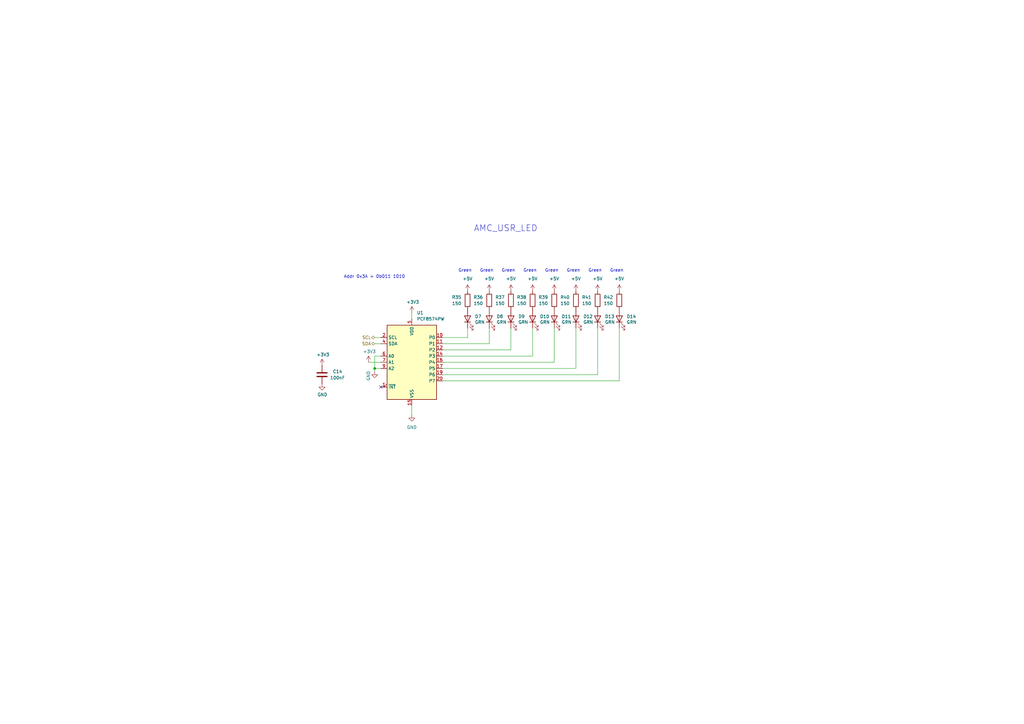
<source format=kicad_sch>
(kicad_sch (version 20211123) (generator eeschema)
  (paper "A3")
  (title_block (title "AMC Template") (date "2022-09-07") (rev "1.0") (company "Karlsruhe Institute of Technology (KIT)") (comment 1 "Institute for Data Processing and Electronics (IPE)") (comment 2 "Carsten Schmerbeck") (comment 3 "Luis Ardila") (comment 4 "Licensed under CERN-OHL-P v2"))
  (lib_symbols
    (symbol "Device:C" (pin_numbers hide) (pin_names (offset 0.254))
      (property "Reference" "C" (at 0.635 2.54 0))
      (property "Value" "C" (at 0.635 -2.54 0))
      (symbol "C_0_1"
        (polyline (pts (xy -2.032 -0.762) (xy 2.032 -0.762)) (stroke (width 0.508)))
        (polyline (pts (xy -2.032 0.762) (xy 2.032 0.762)) (stroke (width 0.508)))
      )
      (symbol "C_1_1"
        (pin passive line (at 0 3.81 270) (length 2.794) (name "~") (number "1"))
        (pin passive line (at 0 -3.81 90) (length 2.794) (name "~") (number "2"))
      )
    )
    (symbol "Device:LED" (pin_numbers hide) (pin_names (offset 1.016) hide)
      (property "Reference" "D" (at 0 2.54 0))
      (property "Value" "LED" (at 0 -2.54 0))
      (symbol "LED_0_1"
        (polyline (pts (xy -1.27 -1.27) (xy -1.27 1.27)) (stroke (width 0.254)))
        (polyline (pts (xy -1.27 0) (xy 1.27 0)))
        (polyline (pts (xy 1.27 -1.27) (xy 1.27 1.27) (xy -1.27 0) (xy 1.27 -1.27)) (stroke (width 0.254)))
        (polyline (pts (xy -3.048 -0.762) (xy -4.572 -2.286) (xy -3.81 -2.286) (xy -4.572 -2.286) (xy -4.572 -1.524)))
        (polyline (pts (xy -1.778 -0.762) (xy -3.302 -2.286) (xy -2.54 -2.286) (xy -3.302 -2.286) (xy -3.302 -1.524)))
      )
      (symbol "LED_1_1"
        (pin passive line (at -3.81 0 0) (length 2.54) (name "K") (number "1"))
        (pin passive line (at 3.81 0 180) (length 2.54) (name "A") (number "2"))
      )
    )
    (symbol "Device:R" (pin_numbers hide) (pin_names (offset 0))
      (property "Reference" "R" (at 2.032 0 90))
      (property "Value" "R" (at 0 0 90))
      (symbol "R_0_1"
        (rectangle (start -1.016 -2.54) (end 1.016 2.54) (stroke (width 0.254)))
      )
      (symbol "R_1_1"
        (pin passive line (at 0 3.81 270) (length 1.27) (name "~") (number "1"))
        (pin passive line (at 0 -3.81 90) (length 1.27) (name "~") (number "2"))
      )
    )
    (symbol "Interface_Expansion:PCF8574ATS"
      (property "Reference" "U" (at -8.89 16.51 0))
      (property "Value" "PCF8574ATS" (at 3.81 16.51 0))
      (symbol "PCF8574ATS_0_1"
        (rectangle (start -10.16 15.24) (end 10.16 -15.24) (stroke (width 0.254)) (fill (type background)))
      )
      (symbol "PCF8574ATS_1_1"
        (pin open_collector output_low (at -12.7 -10.16 0) (length 2.54) (name "~{INT}") (number "1"))
        (pin bidirectional line (at 12.7 10.16 180) (length 2.54) (name "P0") (number "10"))
        (pin bidirectional line (at 12.7 7.62 180) (length 2.54) (name "P1") (number "11"))
        (pin bidirectional line (at 12.7 5.08 180) (length 2.54) (name "P2") (number "12"))
        (pin no_connect line (at -10.16 -5.08 0) (length 2.54) hide (name "NC") (number "13"))
        (pin bidirectional line (at 12.7 2.54 180) (length 2.54) (name "P3") (number "14"))
        (pin power_in line (at 0 -17.78 90) (length 2.54) (name "VSS") (number "15"))
        (pin bidirectional line (at 12.7 0 180) (length 2.54) (name "P4") (number "16"))
        (pin bidirectional line (at 12.7 -2.54 180) (length 2.54) (name "P5") (number "17"))
        (pin no_connect line (at -10.16 -7.62 0) (length 2.54) hide (name "NC") (number "18"))
        (pin bidirectional line (at 12.7 -5.08 180) (length 2.54) (name "P6") (number "19"))
        (pin input line (at -12.7 10.16 0) (length 2.54) (name "SCL") (number "2"))
        (pin bidirectional line (at 12.7 -7.62 180) (length 2.54) (name "P7") (number "20"))
        (pin no_connect line (at 10.16 -10.16 180) (length 2.54) hide (name "NC") (number "3"))
        (pin bidirectional line (at -12.7 7.62 0) (length 2.54) (name "SDA") (number "4"))
        (pin power_in line (at 0 17.78 270) (length 2.54) (name "VDD") (number "5"))
        (pin input line (at -12.7 2.54 0) (length 2.54) (name "A0") (number "6"))
        (pin input line (at -12.7 0 0) (length 2.54) (name "A1") (number "7"))
        (pin no_connect line (at 10.16 -12.7 180) (length 2.54) hide (name "NC") (number "8"))
        (pin input line (at -12.7 -2.54 0) (length 2.54) (name "A2") (number "9"))
      )
    )
    (symbol "power:+3V3" (power) (pin_names (offset 0))
      (property "Value" "+3V3" (at 0 3.556 0))
      (symbol "+3V3_0_1"
        (polyline (pts (xy -0.762 1.27) (xy 0 2.54)))
        (polyline (pts (xy 0 0) (xy 0 2.54)))
        (polyline (pts (xy 0 2.54) (xy 0.762 1.27)))
      )
      (symbol "+3V3_1_1"
        (pin power_in line (at 0 0 90) (length 0) hide (name "+3V3") (number "1"))
      )
    )
    (symbol "power:+5V" (power) (pin_names (offset 0))
      (property "Value" "+5V" (at 0 3.556 0))
      (symbol "+5V_0_1"
        (polyline (pts (xy -0.762 1.27) (xy 0 2.54)))
        (polyline (pts (xy 0 0) (xy 0 2.54)))
        (polyline (pts (xy 0 2.54) (xy 0.762 1.27)))
      )
      (symbol "+5V_1_1"
        (pin power_in line (at 0 0 90) (length 0) hide (name "+5V") (number "1"))
      )
    )
    (symbol "power:GND" (power) (pin_names (offset 0))
      (property "Value" "GND" (at 0 -3.81 0))
      (symbol "GND_0_1"
        (polyline (pts (xy 0 0) (xy 0 -1.27) (xy 1.27 -1.27) (xy 0 -2.54) (xy -1.27 -1.27) (xy 0 -1.27)))
      )
      (symbol "GND_1_1"
        (pin power_in line (at 0 0 270) (length 0) hide (name "GND") (number "1"))
      )
    )
  )
  (junction (at 153.67 151.13))
  (no_connect (at 156.21 158.75))
  (wire (pts (xy 218.44 146.05) (xy 218.44 134.62)))
  (wire (pts (xy 153.67 140.97) (xy 156.21 140.97)))
  (wire (pts (xy 254 156.21) (xy 254 134.62)))
  (wire (pts (xy 245.11 153.67) (xy 181.61 153.67)))
  (wire (pts (xy 181.61 140.97) (xy 200.66 140.97)))
  (wire (pts (xy 200.66 140.97) (xy 200.66 134.62)))
  (wire (pts (xy 181.61 156.21) (xy 254 156.21)))
  (wire (pts (xy 153.67 146.05) (xy 153.67 151.13)))
  (wire (pts (xy 153.67 146.05) (xy 156.21 146.05)))
  (wire (pts (xy 227.33 148.59) (xy 181.61 148.59)))
  (wire (pts (xy 245.11 134.62) (xy 245.11 153.67)))
  (wire (pts (xy 181.61 151.13) (xy 236.22 151.13)))
  (wire (pts (xy 181.61 146.05) (xy 218.44 146.05)))
  (wire (pts (xy 209.55 143.51) (xy 181.61 143.51)))
  (wire (pts (xy 191.77 138.43) (xy 181.61 138.43)))
  (wire (pts (xy 151.13 148.59) (xy 156.21 148.59)))
  (wire (pts (xy 153.67 138.43) (xy 156.21 138.43)))
  (wire (pts (xy 153.67 151.13) (xy 153.67 152.4)))
  (wire (pts (xy 209.55 134.62) (xy 209.55 143.51)))
  (wire (pts (xy 168.91 128.27) (xy 168.91 130.81)))
  (wire (pts (xy 191.77 134.62) (xy 191.77 138.43)))
  (wire (pts (xy 227.33 134.62) (xy 227.33 148.59)))
  (wire (pts (xy 236.22 151.13) (xy 236.22 134.62)))
  (wire (pts (xy 168.91 166.37) (xy 168.91 170.18)))
  (wire (pts (xy 153.67 151.13) (xy 156.21 151.13)))
  (text "Green" (at 241.3 111.76 0) (effects (font (size 1.27 1.27)) (justify left bottom)))
  (text "Green" (at 187.96 111.76 0) (effects (font (size 1.27 1.27)) (justify left bottom)))
  (text "Addr 0x3A = 0b011 1010" (at 140.97 114.3 0) (effects (font (size 1.27 1.27)) (justify left bottom)))
  (text "Green" (at 196.85 111.76 0) (effects (font (size 1.27 1.27)) (justify left bottom)))
  (text "Green" (at 223.52 111.76 0) (effects (font (size 1.27 1.27)) (justify left bottom)))
  (text "AMC_USR_LED" (at 194.31 95.25 0) (effects (font (size 2.54 2.54)) (justify left bottom)))
  (text "Green" (at 214.63 111.76 0) (effects (font (size 1.27 1.27)) (justify left bottom)))
  (text "Green" (at 232.41 111.76 0) (effects (font (size 1.27 1.27)) (justify left bottom)))
  (text "Green" (at 250.19 111.76 0) (effects (font (size 1.27 1.27)) (justify left bottom)))
  (text "Green" (at 205.74 111.76 0) (effects (font (size 1.27 1.27)) (justify left bottom)))
  (hierarchical_label "SDA" (shape bidirectional) (at 153.67 140.97 180))
  (hierarchical_label "SCL" (shape bidirectional) (at 153.67 138.43 180))
  (symbol (lib_id "Device:R") (at 245.11 123.19 0) (mirror x) (unit 1)
    (property "Reference" "R41" (at 242.57 121.9199 0) (effects (justify right)))
    (property "Value" "150" (at 242.57 124.4599 0) (effects (justify right)))
    (property "Footprint" "Resistor_SMD:R_0402_1005Metric" (effects hide))
    (property "stock" "AVT-IPE" (effects hide))
    (property "digikey#" "A12961CT-ND" (effects hide))
    (property "manf" "TE" (effects hide))
    (property "manf#" "CRGCQ0402F150R" (effects hide))
  )
  (symbol (lib_id "Device:R") (at 191.77 123.19 0) (mirror x) (unit 1)
    (property "Reference" "R35" (at 189.23 121.9199 0) (effects (justify right)))
    (property "Value" "150" (at 189.23 124.4599 0) (effects (justify right)))
    (property "Footprint" "Resistor_SMD:R_0402_1005Metric" (effects hide))
    (property "stock" "AVT-IPE" (effects hide))
    (property "digikey#" "A12961CT-ND" (effects hide))
    (property "manf" "TE" (effects hide))
    (property "manf#" "CRGCQ0402F150R" (effects hide))
  )
  (symbol (lib_id "power:+3V3") (at 168.91 128.27 0) (unit 1)
    (property "Reference" "#PWR0143" (effects hide))
    (property "Value" "+3V3" (at 169.291 123.8758 0))
  )
  (symbol (lib_id "power:+3V3") (at 151.13 148.59 0) (unit 1)
    (property "Reference" "#PWR0145" (effects hide))
    (property "Value" "+3V3" (at 151.511 144.1958 0))
  )
  (symbol (lib_id "power:GND") (at 168.91 170.18 0) (unit 1)
    (property "Reference" "#PWR0146" (effects hide))
    (property "Value" "GND" (at 168.91 175.26 0))
  )
  (symbol (lib_id "power:+3V3") (at 132.08 149.86 0) (unit 1)
    (property "Reference" "#PWR0147" (effects hide))
    (property "Value" "+3V3" (at 132.461 145.4658 0))
  )
  (symbol (lib_id "Device:C") (at 132.08 153.67 0) (mirror y) (unit 1)
    (property "Reference" "C14" (at 138.43 152.4 0))
    (property "Value" "100nF" (at 138.43 154.94 0))
    (property "Footprint" "Capacitor_SMD:C_0402_1005Metric" (effects hide))
    (property "stock" "AVT-IPE" (effects hide))
  )
  (symbol (lib_id "Device:LED") (at 200.66 130.81 90) (unit 1)
    (property "Reference" "D8" (at 203.6572 129.8194 90) (effects (justify right)))
    (property "Value" "GRN" (at 203.6572 132.1308 90) (effects (justify right)))
    (property "Footprint" "KIT_LED_SMD:APA2106x" (effects hide))
    (property "Datasheet" "https://www.kingbrightusa.com/images/catalog/SPEC/APA2106CGCK.pdf" (effects hide))
    (property "digikey#" "754-1057-1-ND" (effects hide))
    (property "manf" "Kingbright" (effects hide))
    (property "manf#" "APA2106CGCK" (effects hide))
  )
  (symbol (lib_id "power:+5V") (at 209.55 119.38 0) (unit 1)
    (property "Reference" "#PWR0141" (effects hide))
    (property "Value" "+5V" (at 209.55 114.3 0))
  )
  (symbol (lib_id "Device:LED") (at 218.44 130.81 90) (unit 1)
    (property "Reference" "D10" (at 221.4372 129.8194 90) (effects (justify right)))
    (property "Value" "GRN" (at 221.4372 132.1308 90) (effects (justify right)))
    (property "Footprint" "KIT_LED_SMD:APA2106x" (effects hide))
    (property "Datasheet" "https://www.kingbrightusa.com/images/catalog/SPEC/APA2106CGCK.pdf" (effects hide))
    (property "digikey#" "754-1057-1-ND" (effects hide))
    (property "manf" "Kingbright" (effects hide))
    (property "manf#" "APA2106CGCK" (effects hide))
  )
  (symbol (lib_id "power:+5V") (at 254 119.38 0) (unit 1)
    (property "Reference" "#PWR0135" (effects hide))
    (property "Value" "+5V" (at 254 114.3 0))
  )
  (symbol (lib_id "power:+5V") (at 191.77 119.38 0) (unit 1)
    (property "Reference" "#PWR0139" (effects hide))
    (property "Value" "+5V" (at 191.77 114.3 0))
  )
  (symbol (lib_id "Device:R") (at 236.22 123.19 0) (mirror x) (unit 1)
    (property "Reference" "R40" (at 233.68 121.9199 0) (effects (justify right)))
    (property "Value" "150" (at 233.68 124.4599 0) (effects (justify right)))
    (property "Footprint" "Resistor_SMD:R_0402_1005Metric" (effects hide))
    (property "stock" "AVT-IPE" (effects hide))
    (property "digikey#" "A12961CT-ND" (effects hide))
    (property "manf" "TE" (effects hide))
    (property "manf#" "CRGCQ0402F150R" (effects hide))
  )
  (symbol (lib_id "power:+5V") (at 218.44 119.38 0) (unit 1)
    (property "Reference" "#PWR0142" (effects hide))
    (property "Value" "+5V" (at 218.44 114.3 0))
  )
  (symbol (lib_id "power:+5V") (at 245.11 119.38 0) (unit 1)
    (property "Reference" "#PWR0136" (effects hide))
    (property "Value" "+5V" (at 245.11 114.3 0))
  )
  (symbol (lib_id "Device:R") (at 254 123.19 0) (mirror x) (unit 1)
    (property "Reference" "R42" (at 251.46 121.9199 0) (effects (justify right)))
    (property "Value" "150" (at 251.46 124.4599 0) (effects (justify right)))
    (property "Footprint" "Resistor_SMD:R_0402_1005Metric" (effects hide))
    (property "stock" "AVT-IPE" (effects hide))
    (property "digikey#" "A12961CT-ND" (effects hide))
    (property "manf" "TE" (effects hide))
    (property "manf#" "CRGCQ0402F150R" (effects hide))
  )
  (symbol (lib_id "Device:LED") (at 254 130.81 90) (unit 1)
    (property "Reference" "D14" (at 256.9972 129.8194 90) (effects (justify right)))
    (property "Value" "GRN" (at 256.9972 132.1308 90) (effects (justify right)))
    (property "Footprint" "KIT_LED_SMD:APA2106x" (effects hide))
    (property "Datasheet" "https://www.kingbrightusa.com/images/catalog/SPEC/APA2106CGCK.pdf" (effects hide))
    (property "digikey#" "754-1057-1-ND" (effects hide))
    (property "manf" "Kingbright" (effects hide))
    (property "manf#" "APA2106CGCK" (effects hide))
  )
  (symbol (lib_id "Device:R") (at 227.33 123.19 0) (mirror x) (unit 1)
    (property "Reference" "R39" (at 224.79 121.9199 0) (effects (justify right)))
    (property "Value" "150" (at 224.79 124.4599 0) (effects (justify right)))
    (property "Footprint" "Resistor_SMD:R_0402_1005Metric" (effects hide))
    (property "stock" "AVT-IPE" (effects hide))
    (property "digikey#" "A12961CT-ND" (effects hide))
    (property "manf" "TE" (effects hide))
    (property "manf#" "CRGCQ0402F150R" (effects hide))
  )
  (symbol (lib_id "power:GND") (at 153.67 152.4 0) (unit 1)
    (property "Reference" "#PWR0144" (effects hide))
    (property "Value" "GND" (at 151.13 156.21 90) (effects (justify left)))
  )
  (symbol (lib_id "Device:LED") (at 227.33 130.81 90) (unit 1)
    (property "Reference" "D11" (at 230.3272 129.8194 90) (effects (justify right)))
    (property "Value" "GRN" (at 230.3272 132.1308 90) (effects (justify right)))
    (property "Footprint" "KIT_LED_SMD:APA2106x" (effects hide))
    (property "Datasheet" "https://www.kingbrightusa.com/images/catalog/SPEC/APA2106CGCK.pdf" (effects hide))
    (property "digikey#" "754-1057-1-ND" (effects hide))
    (property "manf" "Kingbright" (effects hide))
    (property "manf#" "APA2106CGCK" (effects hide))
  )
  (symbol (lib_id "Device:R") (at 200.66 123.19 0) (mirror x) (unit 1)
    (property "Reference" "R36" (at 198.12 121.9199 0) (effects (justify right)))
    (property "Value" "150" (at 198.12 124.4599 0) (effects (justify right)))
    (property "Footprint" "Resistor_SMD:R_0402_1005Metric" (effects hide))
    (property "stock" "AVT-IPE" (effects hide))
    (property "digikey#" "A12961CT-ND" (effects hide))
    (property "manf" "TE" (effects hide))
    (property "manf#" "CRGCQ0402F150R" (effects hide))
  )
  (symbol (lib_id "Device:LED") (at 209.55 130.81 90) (unit 1)
    (property "Reference" "D9" (at 212.5472 129.8194 90) (effects (justify right)))
    (property "Value" "GRN" (at 212.5472 132.1308 90) (effects (justify right)))
    (property "Footprint" "KIT_LED_SMD:APA2106x" (effects hide))
    (property "Datasheet" "https://www.kingbrightusa.com/images/catalog/SPEC/APA2106CGCK.pdf" (effects hide))
    (property "digikey#" "754-1057-1-ND" (effects hide))
    (property "manf" "Kingbright" (effects hide))
    (property "manf#" "APA2106CGCK" (effects hide))
  )
  (symbol (lib_id "Interface_Expansion:PCF8574ATS") (at 168.91 148.59 0) (unit 1)
    (property "Reference" "U1" (at 170.9294 128.27 0) (effects (justify left)))
    (property "Value" "PCF8574PW" (at 170.9294 130.81 0) (effects (justify left)))
    (property "Footprint" "Package_SO:TSSOP-20_4.4x6.5mm_P0.65mm" (effects hide))
    (property "Datasheet" "https://www.nxp.com/docs/en/data-sheet/PCF8574_PCF8574A.pdf" (effects hide))
    (property "mouser#" "595-PCF8574PW" (effects hide))
    (property "manf#" "PCF8574PW" (effects hide))
    (property "manf" "Texas Instruments" (effects hide))
  )
  (symbol (lib_id "Device:LED") (at 245.11 130.81 90) (unit 1)
    (property "Reference" "D13" (at 248.1072 129.8194 90) (effects (justify right)))
    (property "Value" "GRN" (at 248.1072 132.1308 90) (effects (justify right)))
    (property "Footprint" "KIT_LED_SMD:APA2106x" (effects hide))
    (property "Datasheet" "https://www.kingbrightusa.com/images/catalog/SPEC/APA2106CGCK.pdf" (effects hide))
    (property "digikey#" "754-1057-1-ND" (effects hide))
    (property "manf" "Kingbright" (effects hide))
    (property "manf#" "APA2106CGCK" (effects hide))
  )
  (symbol (lib_id "power:+5V") (at 200.66 119.38 0) (unit 1)
    (property "Reference" "#PWR0140" (effects hide))
    (property "Value" "+5V" (at 200.66 114.3 0))
  )
  (symbol (lib_id "power:GND") (at 132.08 157.48 0) (unit 1)
    (property "Reference" "#PWR0148" (effects hide))
    (property "Value" "GND" (at 132.207 161.8742 0))
  )
  (symbol (lib_id "Device:LED") (at 236.22 130.81 90) (unit 1)
    (property "Reference" "D12" (at 239.2172 129.8194 90) (effects (justify right)))
    (property "Value" "GRN" (at 239.2172 132.1308 90) (effects (justify right)))
    (property "Footprint" "KIT_LED_SMD:APA2106x" (effects hide))
    (property "Datasheet" "https://www.kingbrightusa.com/images/catalog/SPEC/APA2106CGCK.pdf" (effects hide))
    (property "digikey#" "754-1057-1-ND" (effects hide))
    (property "manf" "Kingbright" (effects hide))
    (property "manf#" "APA2106CGCK" (effects hide))
  )
  (symbol (lib_id "Device:R") (at 209.55 123.19 0) (mirror x) (unit 1)
    (property "Reference" "R37" (at 207.01 121.9199 0) (effects (justify right)))
    (property "Value" "150" (at 207.01 124.4599 0) (effects (justify right)))
    (property "Footprint" "Resistor_SMD:R_0402_1005Metric" (effects hide))
    (property "stock" "AVT-IPE" (effects hide))
    (property "digikey#" "A12961CT-ND" (effects hide))
    (property "manf" "TE" (effects hide))
    (property "manf#" "CRGCQ0402F150R" (effects hide))
  )
  (symbol (lib_id "Device:R") (at 218.44 123.19 0) (mirror x) (unit 1)
    (property "Reference" "R38" (at 215.9 121.9199 0) (effects (justify right)))
    (property "Value" "150" (at 215.9 124.4599 0) (effects (justify right)))
    (property "Footprint" "Resistor_SMD:R_0402_1005Metric" (effects hide))
    (property "stock" "AVT-IPE" (effects hide))
    (property "digikey#" "A12961CT-ND" (effects hide))
    (property "manf" "TE" (effects hide))
    (property "manf#" "CRGCQ0402F150R" (effects hide))
  )
  (symbol (lib_id "power:+5V") (at 236.22 119.38 0) (unit 1)
    (property "Reference" "#PWR0138" (effects hide))
    (property "Value" "+5V" (at 236.22 114.3 0))
  )
  (symbol (lib_id "Device:LED") (at 191.77 130.81 90) (unit 1)
    (property "Reference" "D7" (at 194.7672 129.8194 90) (effects (justify right)))
    (property "Value" "GRN" (at 194.7672 132.1308 90) (effects (justify right)))
    (property "Footprint" "KIT_LED_SMD:APA2106x" (effects hide))
    (property "Datasheet" "https://www.kingbrightusa.com/images/catalog/SPEC/APA2106CGCK.pdf" (effects hide))
    (property "digikey#" "754-1057-1-ND" (effects hide))
    (property "manf" "Kingbright" (effects hide))
    (property "manf#" "APA2106CGCK" (effects hide))
  )
  (symbol (lib_id "power:+5V") (at 227.33 119.38 0) (unit 1)
    (property "Reference" "#PWR0137" (effects hide))
    (property "Value" "+5V" (at 227.33 114.3 0))
  )
)
</source>
